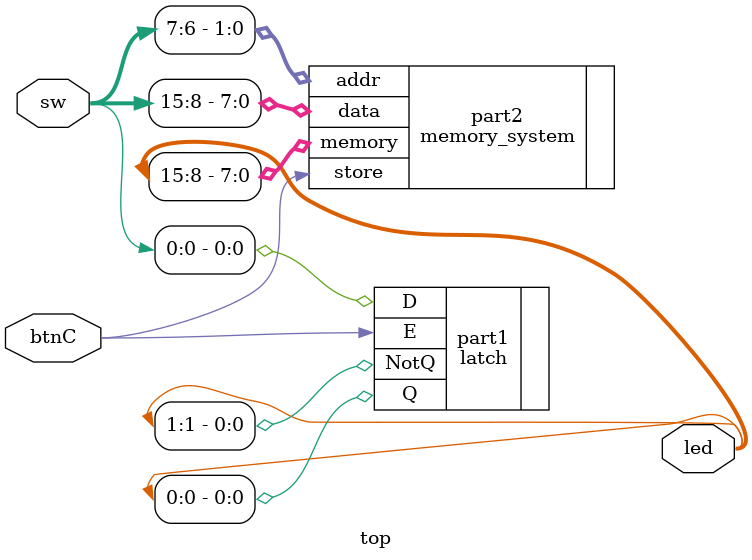
<source format=v>
module top(
    input [15:0] sw,
    input btnC,
    output [15:0] led
);
    latch part1(
        .D(sw[0]),
        .Q(led[0]),
        .NotQ(led[1]),
        .E(btnC)
    );
    memory_system part2(
        .data(sw[15:8]),
        .addr(sw[7:6]),
        .store(btnC),
        .memory(led[15:8])
    );

endmodule
</source>
